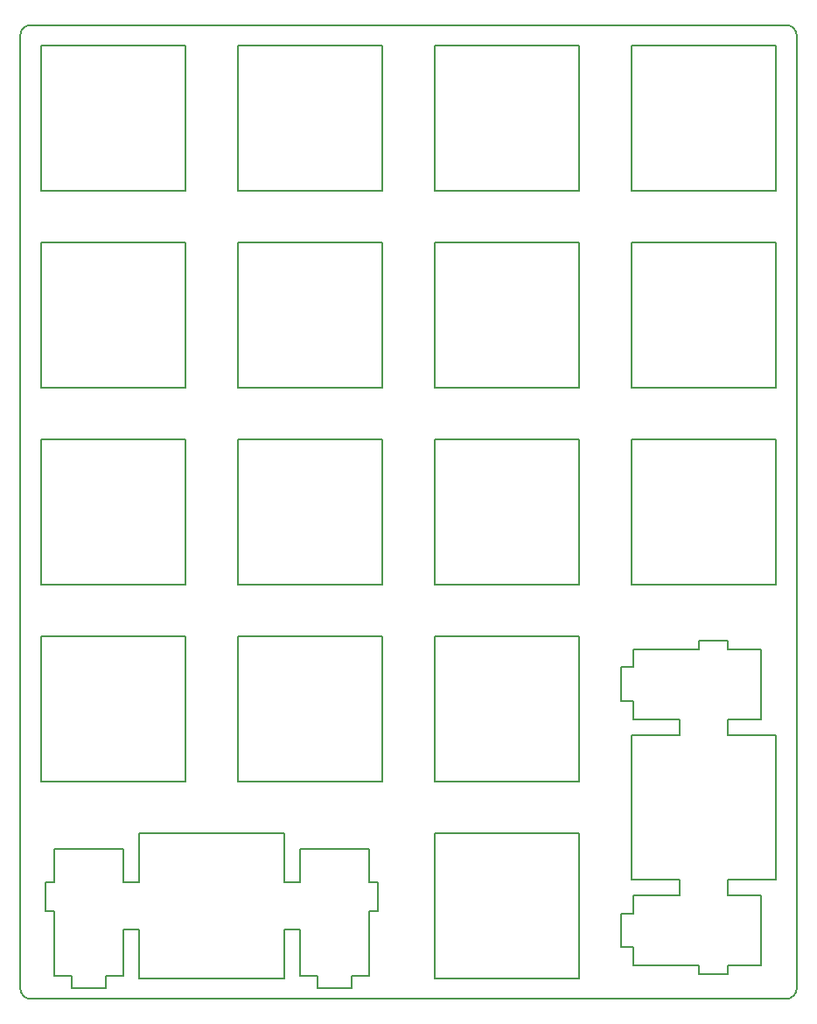
<source format=gbr>
G04 #@! TF.GenerationSoftware,KiCad,Pcbnew,(5.1.7)-1*
G04 #@! TF.CreationDate,2020-12-06T21:30:45-08:00*
G04 #@! TF.ProjectId,plate pcb,706c6174-6520-4706-9362-2e6b69636164,rev?*
G04 #@! TF.SameCoordinates,Original*
G04 #@! TF.FileFunction,Profile,NP*
%FSLAX46Y46*%
G04 Gerber Fmt 4.6, Leading zero omitted, Abs format (unit mm)*
G04 Created by KiCad (PCBNEW (5.1.7)-1) date 2020-12-06 21:30:45*
%MOMM*%
%LPD*%
G01*
G04 APERTURE LIST*
G04 #@! TA.AperFunction,Profile*
%ADD10C,0.150000*%
G04 #@! TD*
G04 APERTURE END LIST*
D10*
X142279807Y-130968916D02*
X128280507Y-130968916D01*
X142279807Y-116969516D02*
X142279807Y-130968916D01*
X161329807Y-73818716D02*
X147330507Y-73818716D01*
X109230507Y-116969516D02*
X123229807Y-116969516D01*
X142279807Y-136019416D02*
X142279807Y-150018876D01*
X123229807Y-73818716D02*
X109230507Y-73818716D01*
X161329807Y-92868716D02*
X147330507Y-92868716D01*
X161329807Y-78868016D02*
X161329807Y-92868716D01*
X90180457Y-97919416D02*
X104180007Y-97919416D01*
X109230507Y-111918716D02*
X109230507Y-97919416D01*
X123229807Y-78868016D02*
X123229807Y-92868716D01*
X147330507Y-111918716D02*
X147330507Y-97919416D01*
X90180457Y-73818716D02*
X90180457Y-59819416D01*
X123229807Y-59819416D02*
X123229807Y-73818716D01*
X147330507Y-73818716D02*
X147330507Y-59819416D01*
X109230507Y-73818716D02*
X109230507Y-59819416D01*
X104180007Y-97919416D02*
X104180007Y-111918716D01*
X142279807Y-111918716D02*
X128280507Y-111918716D01*
X142279807Y-73818716D02*
X128280507Y-73818716D01*
X90180457Y-78868016D02*
X104180007Y-78868016D01*
X142279807Y-92868716D02*
X128280507Y-92868716D01*
X128280507Y-92868716D02*
X128280507Y-78868016D01*
X147330507Y-97919416D02*
X161329807Y-97919416D01*
X142279807Y-97919416D02*
X142279807Y-111918716D01*
X128280507Y-73818716D02*
X128280507Y-59819416D01*
X147330507Y-78868016D02*
X161329807Y-78868016D01*
X109230507Y-92868716D02*
X109230507Y-78868016D01*
X147330507Y-92868716D02*
X147330507Y-78868016D01*
X128280507Y-111918716D02*
X128280507Y-97919416D01*
X142279807Y-59819416D02*
X142279807Y-73818716D01*
X90180457Y-130968916D02*
X90180457Y-116969516D01*
X147330507Y-59819416D02*
X161329807Y-59819416D01*
X109230507Y-78868016D02*
X123229807Y-78868016D01*
X128280507Y-59819416D02*
X142279807Y-59819416D01*
X104180007Y-92868716D02*
X90180457Y-92868716D01*
X123229807Y-111918716D02*
X109230507Y-111918716D01*
X104180007Y-130968916D02*
X90180457Y-130968916D01*
X128280507Y-78868016D02*
X142279807Y-78868016D01*
X104180007Y-111918716D02*
X90180457Y-111918716D01*
X161329807Y-97919416D02*
X161329807Y-111918716D01*
X90180457Y-111918716D02*
X90180457Y-97919416D01*
X123229807Y-97919416D02*
X123229807Y-111918716D01*
X128280507Y-97919416D02*
X142279807Y-97919416D01*
X104180007Y-73818716D02*
X90180457Y-73818716D01*
X104180007Y-78868016D02*
X104180007Y-92868716D01*
X90180457Y-59819416D02*
X104180007Y-59819416D01*
X109230507Y-97919416D02*
X123229807Y-97919416D01*
X161329807Y-111918716D02*
X147330507Y-111918716D01*
X90180457Y-92868716D02*
X90180457Y-78868016D01*
X123229807Y-92868716D02*
X109230507Y-92868716D01*
X142279807Y-78868016D02*
X142279807Y-92868716D01*
X109230507Y-59819416D02*
X123229807Y-59819416D01*
X156630807Y-118219216D02*
X156630807Y-117393816D01*
X123229807Y-116969516D02*
X123229807Y-130968916D01*
X147330507Y-126494416D02*
X147330507Y-140493916D01*
X153830807Y-118219216D02*
X147560507Y-118219216D01*
X147560507Y-123243616D02*
X147560507Y-124968916D01*
X122805507Y-140719916D02*
X121980107Y-140719916D01*
X121980107Y-140719916D02*
X121980107Y-137489716D01*
X128280507Y-130968916D02*
X128280507Y-116969516D01*
X153830807Y-148768996D02*
X153830807Y-149594446D01*
X113704907Y-136019416D02*
X99705507Y-136019416D01*
X147560507Y-124968916D02*
X152030907Y-124968916D01*
X159860807Y-124968916D02*
X159860807Y-118219216D01*
X156630807Y-124968916D02*
X159860807Y-124968916D01*
X147560507Y-147043706D02*
X147560507Y-148768996D01*
X116955707Y-149788746D02*
X116955707Y-150989016D01*
X161329807Y-140493916D02*
X161329807Y-126494416D01*
X156630807Y-117393816D02*
X153830807Y-117393816D01*
X159860807Y-118219216D02*
X156630807Y-118219216D01*
X116955707Y-150989016D02*
X120254807Y-150989016D01*
X159860807Y-142019416D02*
X156630807Y-142019416D01*
X156630807Y-126494416D02*
X156630807Y-124968916D01*
X113704907Y-140719916D02*
X113704907Y-136019416D01*
X156630807Y-140493916D02*
X161329807Y-140493916D01*
X152030907Y-126494416D02*
X147330507Y-126494416D01*
X159860807Y-148768996D02*
X159860807Y-142019416D01*
X147330507Y-140493916D02*
X152030907Y-140493916D01*
X153830807Y-117393816D02*
X153830807Y-118219216D01*
X128280507Y-150018876D02*
X128280507Y-136019416D01*
X121980107Y-143518676D02*
X122805507Y-143518676D01*
X156630807Y-148768996D02*
X159860807Y-148768996D01*
X146360407Y-147043706D02*
X147560507Y-147043706D01*
X147560507Y-143744666D02*
X146360407Y-143744666D01*
X146360407Y-119944616D02*
X146360407Y-123243616D01*
X147560507Y-148768996D02*
X153830807Y-148768996D01*
X152030907Y-124968916D02*
X152030907Y-126494416D01*
X147560507Y-119944616D02*
X146360407Y-119944616D01*
X122805507Y-143518676D02*
X122805507Y-140719916D01*
X128280507Y-136019416D02*
X142279807Y-136019416D01*
X115230407Y-140719916D02*
X113704907Y-140719916D01*
X120254807Y-149788746D02*
X121980107Y-149788746D01*
X120254807Y-150989016D02*
X120254807Y-149788746D01*
X161329807Y-126494416D02*
X156630807Y-126494416D01*
X153830807Y-149594446D02*
X156630807Y-149594446D01*
X146360407Y-123243616D02*
X147560507Y-123243616D01*
X128280507Y-116969516D02*
X142279807Y-116969516D01*
X121980107Y-137489716D02*
X115230407Y-137489716D01*
X121980107Y-149788746D02*
X121980107Y-143518676D01*
X152030907Y-140493916D02*
X152030907Y-142019416D01*
X147560507Y-118219216D02*
X147560507Y-119944616D01*
X115230407Y-137489716D02*
X115230407Y-140719916D01*
X156630807Y-149594446D02*
X156630807Y-148768996D01*
X156630807Y-142019416D02*
X156630807Y-140493916D01*
X146360407Y-143744666D02*
X146360407Y-147043706D01*
X104180007Y-116969516D02*
X104180007Y-130968916D01*
X90180457Y-116969516D02*
X104180007Y-116969516D01*
X109230507Y-130968916D02*
X109230507Y-116969516D01*
X147560507Y-142019416D02*
X147560507Y-143744666D01*
X152030907Y-142019416D02*
X147560507Y-142019416D01*
X123229807Y-130968916D02*
X109230507Y-130968916D01*
X93155647Y-149788746D02*
X93155647Y-150989016D01*
X99705507Y-145318406D02*
X99705507Y-150018876D01*
X91430357Y-143518676D02*
X91430357Y-149788746D01*
X90604897Y-143518676D02*
X91430357Y-143518676D01*
X115230407Y-149788746D02*
X116955707Y-149788746D01*
X115230407Y-145318406D02*
X115230407Y-149788746D01*
X113704907Y-145318406D02*
X115230407Y-145318406D01*
X113704907Y-150018876D02*
X113704907Y-145318406D01*
X96454657Y-149788746D02*
X98180007Y-149788746D01*
X99705507Y-140719916D02*
X98180007Y-140719916D01*
X99705507Y-150018876D02*
X113704907Y-150018876D01*
X91430357Y-137489716D02*
X91430357Y-140719916D01*
X98180007Y-149788746D02*
X98180007Y-145318406D01*
X98180007Y-145318406D02*
X99705507Y-145318406D01*
X96454657Y-150989016D02*
X96454657Y-149788746D01*
X91430357Y-149788746D02*
X93155647Y-149788746D01*
X93155647Y-150989016D02*
X96454657Y-150989016D01*
X90604897Y-140719916D02*
X90604897Y-143518676D01*
X91430357Y-140719916D02*
X90604897Y-140719916D01*
X99705507Y-136019416D02*
X99705507Y-140719916D01*
X98180007Y-137489716D02*
X91430357Y-137489716D01*
X98180007Y-140719916D02*
X98180007Y-137489716D01*
X162330032Y-57819065D02*
G75*
G02*
X163330032Y-58819065I0J-1000000D01*
G01*
X161329807Y-73818716D02*
X161329807Y-59819416D01*
X89180232Y-152019226D02*
G75*
G02*
X88180232Y-151019226I0J1000000D01*
G01*
X163330032Y-151019226D02*
G75*
G02*
X162330032Y-152019226I-1000000J0D01*
G01*
X88180232Y-66819065D02*
X88180232Y-58819065D01*
X89180232Y-57819065D02*
X162330032Y-57819065D01*
X104180007Y-73818716D02*
X104180007Y-59819416D01*
X88180232Y-151019226D02*
X88180232Y-66819065D01*
X88180232Y-58819065D02*
G75*
G02*
X89180232Y-57819065I1000000J0D01*
G01*
X135280032Y-152019226D02*
X162330032Y-152019226D01*
X135280032Y-152019226D02*
X89180232Y-152019226D01*
X163330032Y-151019226D02*
X163330032Y-58819065D01*
X142279807Y-150018876D02*
X128280507Y-150018876D01*
M02*

</source>
